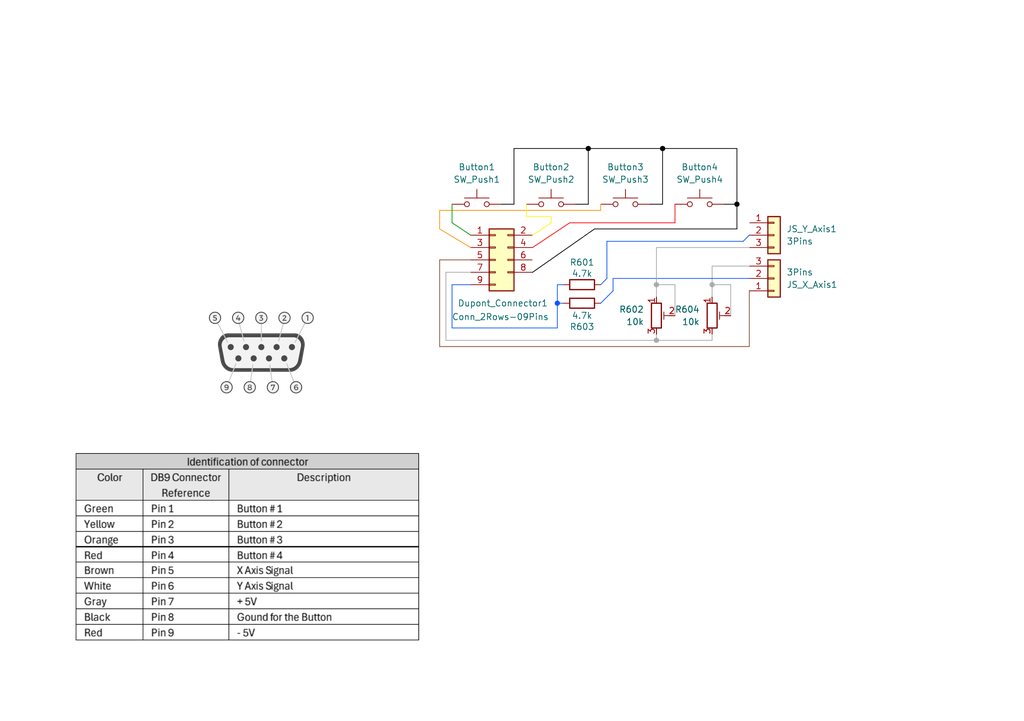
<source format=kicad_sch>
(kicad_sch (version 20231120) (generator "eeschema") (generator_version "8.0")
  (paper "A5")
  (title_block (title "PCB_VectrexController_Root") (date "2024-08-21") (rev "v1.0") (comment 1 "Author : Francis O. Houle") (comment 4 "Joystick reference model for this version is the \"JH-D202X-R4\""))
  (lib_symbols
    (symbol "Connector_Generic:Conn_01x03" (pin_names (offset 1.016) hide)
      (property "Reference" "J" (at 0 5.08 0))
      (property "Value" "Conn_01x03" (at 0 -5.08 0))
      (symbol "Conn_01x03_1_1"
        (rectangle (start -1.27 -2.413) (end 0 -2.667) (stroke (width 0.1524)))
        (rectangle (start -1.27 0.127) (end 0 -0.127) (stroke (width 0.1524)))
        (rectangle (start -1.27 2.667) (end 0 2.413) (stroke (width 0.1524)))
        (rectangle (start -1.27 3.81) (end 1.27 -3.81) (stroke (width 0.254)) (fill (type background)))
        (pin passive line (at -5.08 2.54 0) (length 3.81) (name "Pin_1") (number "1"))
        (pin passive line (at -5.08 0 0) (length 3.81) (name "Pin_2") (number "2"))
        (pin passive line (at -5.08 -2.54 0) (length 3.81) (name "Pin_3") (number "3"))
      )
    )
    (symbol "Connector_Generic:Conn_2Rows-09Pins" (pin_names (offset 1.016) hide)
      (property "Reference" "J" (at 1.27 7.62 0))
      (property "Value" "Conn_2Rows-09Pins" (at 1.27 -7.62 0))
      (symbol "Conn_2Rows-09Pins_1_1"
        (rectangle (start -1.27 -4.953) (end 0 -5.207) (stroke (width 0.1524)))
        (rectangle (start -1.27 -2.413) (end 0 -2.667) (stroke (width 0.1524)))
        (rectangle (start -1.27 0.127) (end 0 -0.127) (stroke (width 0.1524)))
        (rectangle (start -1.27 2.667) (end 0 2.413) (stroke (width 0.1524)))
        (rectangle (start -1.27 5.207) (end 0 4.953) (stroke (width 0.1524)))
        (rectangle (start -1.27 6.35) (end 3.81 -6.35) (stroke (width 0.254)) (fill (type background)))
        (rectangle (start 3.81 -2.413) (end 2.54 -2.667) (stroke (width 0.1524)))
        (rectangle (start 3.81 0.127) (end 2.54 -0.127) (stroke (width 0.1524)))
        (rectangle (start 3.81 2.667) (end 2.54 2.413) (stroke (width 0.1524)))
        (rectangle (start 3.81 5.207) (end 2.54 4.953) (stroke (width 0.1524)))
        (pin passive line (at -5.08 5.08 0) (length 3.81) (name "Pin_1") (number "1"))
        (pin passive line (at 7.62 5.08 180) (length 3.81) (name "Pin_2") (number "2"))
        (pin passive line (at -5.08 2.54 0) (length 3.81) (name "Pin_3") (number "3"))
        (pin passive line (at 7.62 2.54 180) (length 3.81) (name "Pin_4") (number "4"))
        (pin passive line (at -5.08 0 0) (length 3.81) (name "Pin_5") (number "5"))
        (pin passive line (at 7.62 0 180) (length 3.81) (name "Pin_6") (number "6"))
        (pin passive line (at -5.08 -2.54 0) (length 3.81) (name "Pin_7") (number "7"))
        (pin passive line (at 7.62 -2.54 180) (length 3.81) (name "Pin_8") (number "8"))
        (pin passive line (at -5.08 -5.08 0) (length 3.81) (name "Pin_9") (number "9"))
      )
    )
    (symbol "Device:R" (pin_numbers hide) (pin_names (offset 0))
      (property "Reference" "R" (at 2.032 0 90))
      (property "Value" "R" (at 0 0 90))
      (symbol "R_0_1"
        (rectangle (start -1.016 -2.54) (end 1.016 2.54) (stroke (width 0.254)))
      )
      (symbol "R_1_1"
        (pin passive line (at 0 3.81 270) (length 1.27) (name "~") (number "1"))
        (pin passive line (at 0 -3.81 90) (length 1.27) (name "~") (number "2"))
      )
    )
    (symbol "Device:R_Potentiometer_Trim" (pin_names (offset 1.016) hide)
      (property "Reference" "RV" (at -4.445 0 90))
      (property "Value" "R_Potentiometer_Trim" (at -2.54 0 90))
      (symbol "R_Potentiometer_Trim_0_1"
        (polyline (pts (xy 1.524 0.762) (xy 1.524 -0.762)))
        (polyline (pts (xy 2.54 0) (xy 1.524 0)))
        (rectangle (start 1.016 2.54) (end -1.016 -2.54) (stroke (width 0.254)))
      )
      (symbol "R_Potentiometer_Trim_1_1"
        (pin passive line (at 0 3.81 270) (length 1.27) (name "1") (number "1"))
        (pin passive line (at 3.81 0 180) (length 1.27) (name "2") (number "2"))
        (pin passive line (at 0 -3.81 90) (length 1.27) (name "3") (number "3"))
      )
    )
    (symbol "Switch:SW_Push" (pin_numbers hide) (pin_names (offset 1.016) hide)
      (property "Reference" "SW" (at 1.27 2.54 0))
      (property "Value" "SW_Push" (at 0 -1.524 0))
      (symbol "SW_Push_0_1"
        (circle (center -2.032 0) (radius 0.508))
        (polyline (pts (xy 0 1.27) (xy 0 3.048)))
        (polyline (pts (xy 2.54 1.27) (xy -2.54 1.27)))
        (circle (center 2.032 0) (radius 0.508))
        (pin passive line (at -5.08 0 0) (length 2.54) (name "1") (number "1"))
        (pin passive line (at 5.08 0 180) (length 2.54) (name "2") (number "2"))
      )
    )
  )
  (junction (at 120.65 30.48) (color 0 0 0 1))
  (junction (at 151.13 41.91) (color 0 0 0 1))
  (junction (at 134.62 58.42) (color 166 166 166 1))
  (junction (at 135.89 30.48) (color 0 0 0 1))
  (junction (at 134.62 69.85) (color 166 166 166 1))
  (junction (at 146.05 58.42) (color 166 166 166 1))
  (junction (at 114.3 62.23) (color 8 82 255 1))
  (wire (pts (xy 135.89 30.48) (xy 151.13 30.48)) (stroke (width 0) (color 0 0 0 1)))
  (wire (pts (xy 138.43 41.91) (xy 138.43 45.72)) (stroke (width 0) (color 255 0 9 1)))
  (wire (pts (xy 146.05 69.85) (xy 134.62 69.85)) (stroke (width 0) (color 166 166 166 1)))
  (wire (pts (xy 125.73 59.69) (xy 125.73 57.15)) (stroke (width 0) (color 8 82 255 1)))
  (wire (pts (xy 109.22 55.88) (xy 121.92 46.99)) (stroke (width 0) (color 0 0 0 1)))
  (wire (pts (xy 120.65 41.91) (xy 120.65 30.48)) (stroke (width 0) (color 0 0 0 1)))
  (wire (pts (xy 121.92 46.99) (xy 151.13 46.99)) (stroke (width 0) (color 0 0 0 1)))
  (wire (pts (xy 115.57 62.23) (xy 114.3 62.23)) (stroke (width 0) (color 8 82 255 1)))
  (wire (pts (xy 96.52 50.8) (xy 90.17 46.99)) (stroke (width 0) (color 255 145 0 1)))
  (wire (pts (xy 105.41 30.48) (xy 120.65 30.48)) (stroke (width 0) (color 0 0 0 1)))
  (wire (pts (xy 134.62 69.85) (xy 134.62 68.58)) (stroke (width 0) (color 166 166 166 1)))
  (wire (pts (xy 90.17 71.12) (xy 153.67 71.12)) (stroke (width 0) (color 132 72 43 1)))
  (wire (pts (xy 116.84 45.72) (xy 109.22 50.8)) (stroke (width 0) (color 255 0 9 1)))
  (wire (pts (xy 153.67 71.12) (xy 153.67 59.69)) (stroke (width 0) (color 132 72 43 1)))
  (wire (pts (xy 96.52 53.34) (xy 90.17 53.34)) (stroke (width 0) (color 132 72 43 1)))
  (wire (pts (xy 146.05 58.42) (xy 149.86 58.42)) (stroke (width 0) (color 166 166 166 1)))
  (wire (pts (xy 123.19 62.23) (xy 125.73 59.69)) (stroke (width 0) (color 8 82 255 1)))
  (wire (pts (xy 92.71 67.31) (xy 114.3 67.31)) (stroke (width 0) (color 8 82 255 1)))
  (wire (pts (xy 151.13 41.91) (xy 148.59 41.91)) (stroke (width 0) (color 0 0 0 1)))
  (wire (pts (xy 90.17 46.99) (xy 90.17 43.18)) (stroke (width 0) (color 255 145 0 1)))
  (wire (pts (xy 134.62 58.42) (xy 138.43 58.42)) (stroke (width 0) (color 166 166 166 1)))
  (wire (pts (xy 107.95 41.91) (xy 107.95 44.45)) (stroke (width 0) (color 255 243 25 1)))
  (wire (pts (xy 92.71 45.72) (xy 92.71 41.91)))
  (wire (pts (xy 124.46 49.53) (xy 152.4 49.53)) (stroke (width 0) (color 8 82 255 1)))
  (wire (pts (xy 109.22 53.34) (xy 116.84 48.26)) (stroke (width 0) (color 255 255 255 1)))
  (wire (pts (xy 90.17 43.18) (xy 123.19 43.18)) (stroke (width 0) (color 255 145 0 1)))
  (wire (pts (xy 116.84 45.72) (xy 138.43 45.72)) (stroke (width 0) (color 255 0 9 1)))
  (wire (pts (xy 151.13 46.99) (xy 151.13 41.91)) (stroke (width 0) (color 0 0 0 1)))
  (wire (pts (xy 123.19 43.18) (xy 123.19 41.91)) (stroke (width 0) (color 255 145 0 1)))
  (wire (pts (xy 114.3 62.23) (xy 114.3 58.42)) (stroke (width 0) (color 8 82 255 1)))
  (wire (pts (xy 146.05 54.61) (xy 153.67 54.61)) (stroke (width 0) (color 166 166 166 1)))
  (wire (pts (xy 146.05 68.58) (xy 146.05 69.85)) (stroke (width 0) (color 166 166 166 1)))
  (wire (pts (xy 146.05 58.42) (xy 146.05 60.96)) (stroke (width 0) (color 166 166 166 1)))
  (wire (pts (xy 105.41 41.91) (xy 105.41 30.48)) (stroke (width 0) (color 0 0 0 1)))
  (wire (pts (xy 113.03 45.72) (xy 109.22 48.26)) (stroke (width 0) (color 255 243 25 1)))
  (wire (pts (xy 125.73 57.15) (xy 153.67 57.15)) (stroke (width 0) (color 8 82 255 1)))
  (wire (pts (xy 91.44 69.85) (xy 134.62 69.85)) (stroke (width 0) (color 166 166 166 1)))
  (wire (pts (xy 146.05 58.42) (xy 146.05 54.61)) (stroke (width 0) (color 166 166 166 1)))
  (wire (pts (xy 90.17 53.34) (xy 90.17 71.12)) (stroke (width 0) (color 132 72 43 1)))
  (wire (pts (xy 149.86 58.42) (xy 149.86 64.77)) (stroke (width 0) (color 166 166 166 1)))
  (wire (pts (xy 134.62 50.8) (xy 153.67 50.8)) (stroke (width 0) (color 166 166 166 1)))
  (wire (pts (xy 114.3 58.42) (xy 115.57 58.42)) (stroke (width 0) (color 8 82 255 1)))
  (wire (pts (xy 135.89 41.91) (xy 135.89 30.48)) (stroke (width 0) (color 0 0 0 1)))
  (wire (pts (xy 92.71 58.42) (xy 92.71 67.31)) (stroke (width 0) (color 8 82 255 1)))
  (wire (pts (xy 138.43 58.42) (xy 138.43 64.77)) (stroke (width 0) (color 166 166 166 1)))
  (wire (pts (xy 116.84 48.26) (xy 151.13 48.26)) (stroke (width 0) (color 255 255 255 1)))
  (wire (pts (xy 134.62 58.42) (xy 134.62 50.8)) (stroke (width 0) (color 166 166 166 1)))
  (wire (pts (xy 120.65 41.91) (xy 118.11 41.91)) (stroke (width 0) (color 0 0 0 1)))
  (wire (pts (xy 107.95 44.45) (xy 113.03 44.45)) (stroke (width 0) (color 255 243 25 1)))
  (wire (pts (xy 96.52 58.42) (xy 92.71 58.42)) (stroke (width 0) (color 8 82 255 1)))
  (wire (pts (xy 113.03 44.45) (xy 113.03 45.72)) (stroke (width 0) (color 255 243 25 1)))
  (wire (pts (xy 120.65 30.48) (xy 135.89 30.48)) (stroke (width 0) (color 0 0 0 1)))
  (wire (pts (xy 135.89 41.91) (xy 133.35 41.91)) (stroke (width 0) (color 0 0 0 1)))
  (wire (pts (xy 91.44 55.88) (xy 91.44 69.85)) (stroke (width 0) (color 166 166 166 1)))
  (wire (pts (xy 151.13 41.91) (xy 151.13 30.48)) (stroke (width 0) (color 0 0 0 1)))
  (wire (pts (xy 124.46 57.15) (xy 124.46 49.53)) (stroke (width 0) (color 8 82 255 1)))
  (wire (pts (xy 114.3 67.31) (xy 114.3 62.23)) (stroke (width 0) (color 8 82 255 1)))
  (wire (pts (xy 151.13 48.26) (xy 153.67 45.72)) (stroke (width 0) (color 255 255 255 1)))
  (wire (pts (xy 152.4 49.53) (xy 153.67 48.26)) (stroke (width 0) (color 8 82 255 1)))
  (wire (pts (xy 96.52 55.88) (xy 91.44 55.88)) (stroke (width 0) (color 166 166 166 1)))
  (wire (pts (xy 134.62 58.42) (xy 134.62 60.96)) (stroke (width 0) (color 166 166 166 1)))
  (wire (pts (xy 123.19 58.42) (xy 124.46 57.15)) (stroke (width 0) (color 8 82 255 1)))
  (wire (pts (xy 96.52 48.26) (xy 92.71 45.72)))
  (wire (pts (xy 105.41 41.91) (xy 102.87 41.91)) (stroke (width 0) (color 0 0 0 1)))
  (image (at 50.8 112.268) (scale 0.624788))
  (image (at 53.594 72.39) (scale 0.114349))
  (symbol (lib_id "Connector_Generic:Conn_01x03") (at 158.75 57.15 0) (mirror x) (unit 1)
    (property "Reference" "JS_X_Axis1" (at 161.29 58.4201 0) (effects (justify left)))
    (property "Value" "3Pins" (at 161.29 55.8801 0) (effects (justify left)))
    (property "Footprint" "Connector_JST:JST_XH_B3B-XH-A_1x03_P2.50mm_Vertical" (effects (hide yes)))
    (property "Description" "Generic connector, single row, 01x03, script generated (kicad-library-utils/schlib/autogen/connector/)" (effects (hide yes)))
  )
  (symbol (lib_id "Device:R_Potentiometer_Trim") (at 134.62 64.77 0) (unit 1)
    (property "Reference" "R602" (at 132.08 63.4999 0) (effects (justify right)))
    (property "Value" "10k" (at 132.08 66.0399 0) (effects (justify right)))
    (property "Footprint" "Potentiometer_THT:Potentiometer_Runtron_RM-065_Vertical" (effects (hide yes)))
    (property "Description" "Trim-potentiometer" (effects (hide yes)))
  )
  (symbol (lib_id "Connector_Generic:Conn_01x03") (at 158.75 48.26 0) (unit 1)
    (property "Reference" "JS_Y_Axis1" (at 161.29 46.9899 0) (effects (justify left)))
    (property "Value" "3Pins" (at 161.29 49.5299 0) (effects (justify left)))
    (property "Footprint" "Connector_JST:JST_XH_B3B-XH-A_1x03_P2.50mm_Vertical" (effects (hide yes)))
    (property "Description" "Generic connector, single row, 01x03, script generated (kicad-library-utils/schlib/autogen/connector/)" (effects (hide yes)))
  )
  (symbol (lib_id "Connector_Generic:Conn_2Rows-09Pins") (at 101.6 53.34 0) (unit 1)
    (property "Reference" "Dupont_Connector1" (at 103.124 62.23 0))
    (property "Value" "Conn_2Rows-09Pins" (at 102.616 65.024 0))
    (property "Footprint" "Connector_PinHeader_2.54mm:PinHeader_2x05_P2.54mm_Vertical" (effects (hide yes)))
    (property "Description" "Generic connector, double row, 09 pins, odd/even pin numbering scheme (row 1 odd numbers, row 2 even numbers), script generated (kicad-library-utils/schlib/autogen/connector/)" (effects (hide yes)))
  )
  (symbol (lib_id "Device:R") (at 119.38 62.23 270) (unit 1)
    (property "Reference" "R603" (at 119.38 67.056 90))
    (property "Value" "4.7k" (at 119.38 64.77 90))
    (property "Footprint" "Resistor_THT:R_Axial_DIN0207_L6.3mm_D2.5mm_P10.16mm_Horizontal" (effects (hide yes)))
    (property "Description" "Resistor" (effects (hide yes)))
  )
  (symbol (lib_id "Switch:SW_Push") (at 113.03 41.91 0) (unit 1)
    (property "Reference" "Button2" (at 113.03 34.29 0))
    (property "Value" "SW_Push2" (at 113.03 36.83 0))
    (property "Footprint" "Connector_JST:JST_XH_B2B-XH-A_1x02_P2.50mm_Vertical" (effects (hide yes)))
    (property "Description" "Push button switch, generic, two pins" (effects (hide yes)))
  )
  (symbol (lib_id "Switch:SW_Push") (at 128.27 41.91 0) (unit 1)
    (property "Reference" "Button3" (at 128.27 34.29 0))
    (property "Value" "SW_Push3" (at 128.27 36.83 0))
    (property "Footprint" "Connector_JST:JST_XH_B2B-XH-A_1x02_P2.50mm_Vertical" (effects (hide yes)))
    (property "Description" "Push button switch, generic, two pins" (effects (hide yes)))
  )
  (symbol (lib_id "Device:R") (at 119.38 58.42 270) (unit 1)
    (property "Reference" "R601" (at 119.38 53.848 90))
    (property "Value" "4.7k" (at 119.38 56.134 90))
    (property "Footprint" "Resistor_THT:R_Axial_DIN0207_L6.3mm_D2.5mm_P10.16mm_Horizontal" (effects (hide yes)))
    (property "Description" "Resistor" (effects (hide yes)))
  )
  (symbol (lib_id "Device:R_Potentiometer_Trim") (at 146.05 64.77 0) (unit 1)
    (property "Reference" "R604" (at 143.51 63.4999 0) (effects (justify right)))
    (property "Value" "10k" (at 143.51 66.0399 0) (effects (justify right)))
    (property "Footprint" "Potentiometer_THT:Potentiometer_Runtron_RM-065_Vertical" (effects (hide yes)))
    (property "Description" "Trim-potentiometer" (effects (hide yes)))
  )
  (symbol (lib_id "Switch:SW_Push") (at 97.79 41.91 0) (unit 1)
    (property "Reference" "Button1" (at 97.79 34.29 0))
    (property "Value" "SW_Push1" (at 97.79 36.83 0))
    (property "Footprint" "Connector_JST:JST_XH_B2B-XH-A_1x02_P2.50mm_Vertical" (effects (hide yes)))
    (property "Description" "Push button switch, generic, two pins" (effects (hide yes)))
  )
  (symbol (lib_id "Switch:SW_Push") (at 143.51 41.91 0) (unit 1)
    (property "Reference" "Button4" (at 143.51 34.29 0))
    (property "Value" "SW_Push4" (at 143.51 36.83 0))
    (property "Footprint" "Connector_JST:JST_XH_B2B-XH-A_1x02_P2.50mm_Vertical" (effects (hide yes)))
    (property "Description" "Push button switch, generic, two pins" (effects (hide yes)))
  )
  (sheet (at 244.602 143.764) (size 90.678 76.708) (stroke (width 0.1524))
    (property "Sheetname" "VectrexController_10kJS_3.4V" (at 244.602 143.0524 0) (effects (justify left bottom)))
    (property "Sheetfile" "VectrexController_10kJS_3.4V.kicad_sch" (at 244.602 221.0566 0) (effects (justify left top)))
  )
  (sheet (at 245.872 105.156) (size 87.376 25.908) (stroke (width 0.1524))
    (property "Sheetname" "VectrexController_10kJS_2.5v" (at 245.872 104.4444 0) (effects (justify left bottom)))
    (property "Sheetfile" "VectrexController_10kJS_2.5v.kicad_sch" (at 245.872 131.6486 0) (effects (justify left top)))
  )
)
</source>
